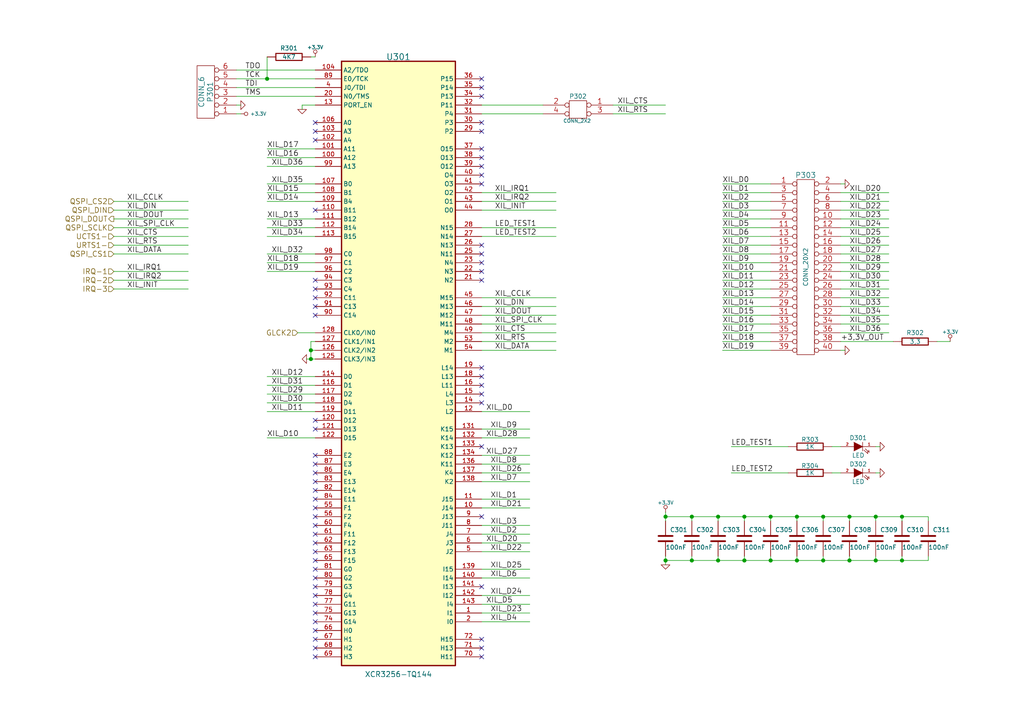
<source format=kicad_sch>
(kicad_sch (version 20210126) (generator eeschema)
  (paper "A4")
  (title_block (title "Dev kit coldfire 5213") (date "Sun 22 Mar 2015") (rev "0"))
  (lib_symbols
    (symbol "kit-coldfire_schlib:+3,3V" (power) (pin_names (offset 0))
      (property "Value" "+3,3V" (at 0 2.794 0))
      (symbol "+3,3V_0_0"
        (pin power_in line (at 0 0 90) (length 0) hide (name "+3.3V") (number "1"))
      )
      (symbol "+3,3V_0_1"
        (circle (center 0 1.524) (radius 0.508))
        (polyline (pts (xy 0 0) (xy 0 1.016) (xy 0 1.016)))
      )
    )
    (symbol "kit-coldfire_schlib:C" (pin_numbers hide) (pin_names (offset 0.254))
      (property "Reference" "C" (at 0 2.54 0))
      (property "Value" "C" (at 0.1524 -2.159 0))
      (symbol "C_0_1"
        (polyline (pts (xy -2.032 -0.762) (xy 2.032 -0.762)) (stroke (width 0.508)))
        (polyline (pts (xy -2.032 0.762) (xy 2.032 0.762)) (stroke (width 0.508)))
      )
      (symbol "C_1_1"
        (pin passive line (at 0 5.08 270) (length 4.318) (name "~") (number "1"))
        (pin passive line (at 0 -5.08 90) (length 4.318) (name "~") (number "2"))
      )
    )
    (symbol "kit-coldfire_schlib:CONN_20X2" (pin_names (offset 0.254) hide)
      (property "Reference" "P" (at 0 26.67 0))
      (property "Value" "CONN_20X2" (at 0 0 90))
      (symbol "CONN_20X2_0_1"
        (rectangle (start -2.54 25.4) (end 2.54 -25.4))
      )
      (symbol "CONN_20X2_1_1"
        (pin passive inverted (at -10.16 24.13 0) (length 7.62) (name "P1") (number "1"))
        (pin passive inverted (at 10.16 13.97 180) (length 7.62) (name "P10") (number "10"))
        (pin passive inverted (at -10.16 11.43 0) (length 7.62) (name "P11") (number "11"))
        (pin passive inverted (at 10.16 11.43 180) (length 7.62) (name "P12") (number "12"))
        (pin passive inverted (at -10.16 8.89 0) (length 7.62) (name "P13") (number "13"))
        (pin passive inverted (at 10.16 8.89 180) (length 7.62) (name "P14") (number "14"))
        (pin passive inverted (at -10.16 6.35 0) (length 7.62) (name "P15") (number "15"))
        (pin passive inverted (at 10.16 6.35 180) (length 7.62) (name "P16") (number "16"))
        (pin passive inverted (at -10.16 3.81 0) (length 7.62) (name "P17") (number "17"))
        (pin passive inverted (at 10.16 3.81 180) (length 7.62) (name "P18") (number "18"))
        (pin passive inverted (at -10.16 1.27 0) (length 7.62) (name "P19") (number "19"))
        (pin passive inverted (at 10.16 24.13 180) (length 7.62) (name "P2") (number "2"))
        (pin passive inverted (at 10.16 1.27 180) (length 7.62) (name "P20") (number "20"))
        (pin passive inverted (at -10.16 -1.27 0) (length 7.62) (name "P21") (number "21"))
        (pin passive inverted (at 10.16 -1.27 180) (length 7.62) (name "P22") (number "22"))
        (pin passive inverted (at -10.16 -3.81 0) (length 7.62) (name "P23") (number "23"))
        (pin passive inverted (at 10.16 -3.81 180) (length 7.62) (name "P24") (number "24"))
        (pin passive inverted (at -10.16 -6.35 0) (length 7.62) (name "~") (number "25"))
        (pin passive inverted (at 10.16 -6.35 180) (length 7.62) (name "P26") (number "26"))
        (pin passive inverted (at -10.16 -8.89 0) (length 7.62) (name "P27") (number "27"))
        (pin passive inverted (at 10.16 -8.89 180) (length 7.62) (name "P28") (number "28"))
        (pin passive inverted (at -10.16 -11.43 0) (length 7.62) (name "P29") (number "29"))
        (pin passive inverted (at -10.16 21.59 0) (length 7.62) (name "P3") (number "3"))
        (pin passive inverted (at 10.16 -11.43 180) (length 7.62) (name "P30") (number "30"))
        (pin passive inverted (at -10.16 -13.97 0) (length 7.62) (name "P31") (number "31"))
        (pin passive inverted (at 10.16 -13.97 180) (length 7.62) (name "P32") (number "32"))
        (pin passive inverted (at -10.16 -16.51 0) (length 7.62) (name "P33") (number "33"))
        (pin passive inverted (at 10.16 -16.51 180) (length 7.62) (name "P34") (number "34"))
        (pin passive inverted (at -10.16 -19.05 0) (length 7.62) (name "P35") (number "35"))
        (pin passive inverted (at 10.16 -19.05 180) (length 7.62) (name "P36") (number "36"))
        (pin passive inverted (at -10.16 -21.59 0) (length 7.62) (name "P37") (number "37"))
        (pin passive inverted (at 10.16 -21.59 180) (length 7.62) (name "P38") (number "38"))
        (pin passive inverted (at -10.16 -24.13 0) (length 7.62) (name "P39") (number "39"))
        (pin passive inverted (at 10.16 21.59 180) (length 7.62) (name "P4") (number "4"))
        (pin passive inverted (at 10.16 -24.13 180) (length 7.62) (name "P40") (number "40"))
        (pin passive inverted (at -10.16 19.05 0) (length 7.62) (name "P5") (number "5"))
        (pin passive inverted (at 10.16 19.05 180) (length 7.62) (name "P6") (number "6"))
        (pin passive inverted (at -10.16 16.51 0) (length 7.62) (name "P7") (number "7"))
        (pin passive inverted (at 10.16 16.51 180) (length 7.62) (name "P8") (number "8"))
        (pin passive inverted (at -10.16 13.97 0) (length 7.62) (name "P9") (number "9"))
      )
    )
    (symbol "kit-coldfire_schlib:CONN_2X2" (pin_names (offset 1.016) hide)
      (property "Reference" "P" (at 0 3.81 0))
      (property "Value" "CONN_2X2" (at 0.254 -3.302 0))
      (symbol "CONN_2X2_0_1"
        (rectangle (start -2.54 2.54) (end 2.54 -2.54))
      )
      (symbol "CONN_2X2_1_1"
        (pin passive inverted (at -10.16 1.27 0) (length 7.62) (name "1") (number "1"))
        (pin passive inverted (at 10.16 1.27 180) (length 7.62) (name "2") (number "2"))
        (pin passive inverted (at -10.16 -1.27 0) (length 7.62) (name "3") (number "3"))
        (pin passive inverted (at 10.16 -1.27 180) (length 7.62) (name "4") (number "4"))
      )
    )
    (symbol "kit-coldfire_schlib:CONN_6" (pin_names (offset 0.762) hide)
      (property "Reference" "P" (at -1.27 0 90))
      (property "Value" "CONN_6" (at 1.27 0 90))
      (symbol "CONN_6_0_1"
        (rectangle (start -2.54 7.62) (end 2.54 -7.62))
      )
      (symbol "CONN_6_1_1"
        (pin passive inverted (at -8.89 6.35 0) (length 6.35) (name "1") (number "1"))
        (pin passive inverted (at -8.89 3.81 0) (length 6.35) (name "2") (number "2"))
        (pin passive inverted (at -8.89 1.27 0) (length 6.35) (name "3") (number "3"))
        (pin passive inverted (at -8.89 -1.27 0) (length 6.35) (name "4") (number "4"))
        (pin passive inverted (at -8.89 -3.81 0) (length 6.35) (name "5") (number "5"))
        (pin passive inverted (at -8.89 -6.35 0) (length 6.35) (name "6") (number "6"))
      )
    )
    (symbol "kit-coldfire_schlib:GND" (power) (pin_names (offset 0))
      (symbol "GND_0_1"
        (polyline (pts (xy -1.27 0) (xy 0 -1.27) (xy 1.27 0) (xy -1.27 0)))
      )
      (symbol "GND_1_1"
        (pin power_in line (at 0 0 90) (length 0) hide (name "GND") (number "1"))
      )
    )
    (symbol "kit-coldfire_schlib:LED" (pin_names (offset 1.016) hide)
      (property "Reference" "D" (at 0 2.54 0))
      (property "Value" "LED" (at 0 -2.54 0))
      (symbol "LED_0_1"
        (polyline (pts (xy 1.27 1.27) (xy 1.27 -1.27)))
        (polyline (pts (xy -1.27 1.27) (xy 1.27 0) (xy -1.27 -1.27)) (fill (type outline)))
        (polyline (pts (xy 1.651 -1.016) (xy 2.794 -2.032) (xy 2.667 -1.397)))
        (polyline (pts (xy 2.032 -0.635) (xy 3.175 -1.651) (xy 3.048 -1.016)))
      )
      (symbol "LED_1_1"
        (pin passive line (at 5.08 0 180) (length 3.81) (name "K") (number "1"))
        (pin passive line (at -5.08 0 0) (length 3.81) (name "A") (number "2"))
      )
    )
    (symbol "kit-coldfire_schlib:R" (pin_numbers hide) (pin_names (offset 0))
      (property "Reference" "R" (at 2.032 0 90))
      (property "Value" "R" (at 0.1778 0.0254 90))
      (symbol "R_0_1"
        (rectangle (start -1.016 3.81) (end 1.016 -3.81) (stroke (width 0.3048)))
      )
      (symbol "R_1_1"
        (pin passive line (at 0 6.35 270) (length 2.54) (name "~") (number "1"))
        (pin passive line (at 0 -6.35 90) (length 2.54) (name "~") (number "2"))
      )
    )
    (symbol "kit-coldfire_schlib:XCR3256-TQ144"
      (property "Reference" "U" (at 0 88.9 0))
      (property "Value" "XCR3256-TQ144" (at 0 -91.44 0))
      (symbol "XCR3256-TQ144_0_1"
        (rectangle (start -16.51 86.36) (end 16.51 -88.9) (stroke (width 0.381)) (fill (type background)))
      )
      (symbol "XCR3256-TQ144_1_1"
        (pin passive line (at 24.13 -73.66 180) (length 7.62) (name "I1") (number "1"))
        (pin passive line (at 24.13 -43.18 180) (length 7.62) (name "J14") (number "10"))
        (pin passive line (at -24.13 58.42 0) (length 7.62) (name "A12") (number "100"))
        (pin passive line (at -24.13 60.96 0) (length 7.62) (name "A11") (number "101"))
        (pin passive line (at -24.13 63.5 0) (length 7.62) (name "A4") (number "102"))
        (pin passive line (at -24.13 66.04 0) (length 7.62) (name "A3") (number "103"))
        (pin passive line (at -24.13 83.82 0) (length 7.62) (name "A2/TDO") (number "104"))
        (pin power_in line (at 13.97 -88.9 90) (length 0) hide (name "GND") (number "105"))
        (pin passive line (at -24.13 68.58 0) (length 7.62) (name "A0") (number "106"))
        (pin passive line (at -24.13 50.8 0) (length 7.62) (name "B0") (number "107"))
        (pin passive line (at -24.13 48.26 0) (length 7.62) (name "B1") (number "108"))
        (pin passive line (at -24.13 45.72 0) (length 7.62) (name "B4") (number "109"))
        (pin passive line (at 24.13 -40.64 180) (length 7.62) (name "J15") (number "11"))
        (pin passive line (at -24.13 43.18 0) (length 7.62) (name "B11") (number "110"))
        (pin passive line (at -24.13 40.64 0) (length 7.62) (name "B12") (number "111"))
        (pin passive line (at -24.13 38.1 0) (length 7.62) (name "B14") (number "112"))
        (pin passive line (at -24.13 35.56 0) (length 7.62) (name "B15") (number "113"))
        (pin passive line (at -24.13 -5.08 0) (length 7.62) (name "D0") (number "114"))
        (pin power_in line (at 11.43 86.36 270) (length 0) hide (name "VCC") (number "115"))
        (pin passive line (at -24.13 -7.62 0) (length 7.62) (name "D1") (number "116"))
        (pin passive line (at -24.13 -10.16 0) (length 7.62) (name "D2") (number "117"))
        (pin passive line (at -24.13 -12.7 0) (length 7.62) (name "D4") (number "118"))
        (pin passive line (at -24.13 -15.24 0) (length 7.62) (name "D11") (number "119"))
        (pin passive line (at 24.13 -15.24 180) (length 7.62) (name "L2") (number "12"))
        (pin passive line (at -24.13 -17.78 0) (length 7.62) (name "D12") (number "120"))
        (pin passive line (at -24.13 -20.32 0) (length 7.62) (name "D13") (number "121"))
        (pin passive line (at -24.13 -22.86 0) (length 7.62) (name "D15") (number "122"))
        (pin power_in line (at -6.35 86.36 270) (length 0) hide (name "VCC") (number "123"))
        (pin power_in line (at -6.35 -88.9 90) (length 0) hide (name "GND") (number "124"))
        (pin input line (at -24.13 0 0) (length 7.62) (name "CLK3/IN3") (number "125"))
        (pin input line (at -24.13 2.54 0) (length 7.62) (name "CLK2/IN2") (number "126"))
        (pin input line (at -24.13 5.08 0) (length 7.62) (name "CLK1/IN1") (number "127"))
        (pin input line (at -24.13 7.62 0) (length 7.62) (name "CLK0/IN0") (number "128"))
        (pin power_in line (at -3.81 -88.9 90) (length 0) hide (name "GND") (number "129"))
        (pin passive line (at -24.13 73.66 0) (length 7.62) (name "PORT_EN") (number "13"))
        (pin power_in line (at -3.81 86.36 270) (length 0) hide (name "VCC") (number "130"))
        (pin passive line (at 24.13 -20.32 180) (length 7.62) (name "K15") (number "131"))
        (pin passive line (at 24.13 -22.86 180) (length 7.62) (name "K14") (number "132"))
        (pin passive line (at 24.13 -25.4 180) (length 7.62) (name "K13") (number "133"))
        (pin passive line (at 24.13 -27.94 180) (length 7.62) (name "K12") (number "134"))
        (pin power_in line (at -13.97 -88.9 90) (length 0) hide (name "GND") (number "135"))
        (pin passive line (at 24.13 -30.48 180) (length 7.62) (name "K11") (number "136"))
        (pin passive line (at 24.13 -33.02 180) (length 7.62) (name "K4") (number "137"))
        (pin passive line (at 24.13 -35.56 180) (length 7.62) (name "K2") (number "138"))
        (pin passive line (at 24.13 -60.96 180) (length 7.62) (name "I15") (number "139"))
        (pin passive line (at 24.13 -12.7 180) (length 7.62) (name "L3") (number "14"))
        (pin passive line (at 24.13 -63.5 180) (length 7.62) (name "I14") (number "140"))
        (pin passive line (at 24.13 -66.04 180) (length 7.62) (name "I13") (number "141"))
        (pin passive line (at 24.13 -68.58 180) (length 7.62) (name "I12") (number "142"))
        (pin passive line (at 24.13 -71.12 180) (length 7.62) (name "I4") (number "143"))
        (pin power_in line (at 13.97 86.36 270) (length 0) hide (name "VCC") (number "144"))
        (pin passive line (at 24.13 -10.16 180) (length 7.62) (name "L4") (number "15"))
        (pin passive line (at 24.13 -7.62 180) (length 7.62) (name "L11") (number "16"))
        (pin power_in line (at 1.27 -88.9 90) (length 0) hide (name "GND") (number "17"))
        (pin passive line (at 24.13 -5.08 180) (length 7.62) (name "L13") (number "18"))
        (pin passive line (at 24.13 -2.54 180) (length 7.62) (name "L14") (number "19"))
        (pin passive line (at 24.13 -76.2 180) (length 7.62) (name "I0") (number "2"))
        (pin passive line (at -24.13 76.2 0) (length 7.62) (name "N0/TMS") (number "20"))
        (pin passive line (at 24.13 22.86 180) (length 7.62) (name "N2") (number "21"))
        (pin passive line (at 24.13 25.4 180) (length 7.62) (name "N3") (number "22"))
        (pin passive line (at 24.13 27.94 180) (length 7.62) (name "N4") (number "23"))
        (pin power_in line (at -1.27 86.36 270) (length 0) hide (name "VCC") (number "24"))
        (pin passive line (at 24.13 30.48 180) (length 7.62) (name "N11") (number "25"))
        (pin passive line (at 24.13 33.02 180) (length 7.62) (name "N13") (number "26"))
        (pin passive line (at 24.13 35.56 180) (length 7.62) (name "N14") (number "27"))
        (pin passive line (at 24.13 38.1 180) (length 7.62) (name "N15") (number "28"))
        (pin passive line (at 24.13 66.04 180) (length 7.62) (name "P2") (number "29"))
        (pin power_in line (at -1.27 -88.9 90) (length 0) hide (name "GND") (number "3"))
        (pin passive line (at 24.13 68.58 180) (length 7.62) (name "P3") (number "30"))
        (pin passive line (at 24.13 71.12 180) (length 7.62) (name "P4") (number "31"))
        (pin passive line (at 24.13 73.66 180) (length 7.62) (name "P11") (number "32"))
        (pin power_in line (at 3.81 -88.9 90) (length 0) hide (name "GND") (number "33"))
        (pin passive line (at 24.13 76.2 180) (length 7.62) (name "P13") (number "34"))
        (pin passive line (at 24.13 78.74 180) (length 7.62) (name "P14") (number "35"))
        (pin passive line (at 24.13 81.28 180) (length 7.62) (name "P15") (number "36"))
        (pin passive line (at 24.13 60.96 180) (length 7.62) (name "O15") (number "37"))
        (pin passive line (at 24.13 58.42 180) (length 7.62) (name "O13") (number "38"))
        (pin passive line (at 24.13 55.88 180) (length 7.62) (name "O12") (number "39"))
        (pin passive line (at -24.13 78.74 0) (length 7.62) (name "J0/TDI") (number "4"))
        (pin passive line (at 24.13 53.34 180) (length 7.62) (name "O4") (number "40"))
        (pin passive line (at 24.13 50.8 180) (length 7.62) (name "O3") (number "41"))
        (pin passive line (at 24.13 48.26 180) (length 7.62) (name "O2") (number "42"))
        (pin passive line (at 24.13 45.72 180) (length 7.62) (name "O1") (number "43"))
        (pin passive line (at 24.13 43.18 180) (length 7.62) (name "O0") (number "44"))
        (pin passive line (at 24.13 17.78 180) (length 7.62) (name "M15") (number "45"))
        (pin passive line (at 24.13 15.24 180) (length 7.62) (name "M13") (number "46"))
        (pin passive line (at 24.13 12.7 180) (length 7.62) (name "M12") (number "47"))
        (pin passive line (at 24.13 10.16 180) (length 7.62) (name "M11") (number "48"))
        (pin passive line (at 24.13 7.62 180) (length 7.62) (name "M4") (number "49"))
        (pin passive line (at 24.13 -55.88 180) (length 7.62) (name "J2") (number "5"))
        (pin power_in line (at 1.27 86.36 270) (length 0) hide (name "VCC") (number "50"))
        (pin power_in line (at -11.43 86.36 270) (length 0) hide (name "VCC") (number "51"))
        (pin power_in line (at -8.89 -88.9 90) (length 0) hide (name "GND") (number "52"))
        (pin passive line (at 24.13 5.08 180) (length 7.62) (name "M2") (number "53"))
        (pin passive line (at 24.13 2.54 180) (length 7.62) (name "M1") (number "54"))
        (pin passive line (at -24.13 -43.18 0) (length 7.62) (name "F1") (number "55"))
        (pin passive line (at -24.13 -45.72 0) (length 7.62) (name "F2") (number "56"))
        (pin power_in line (at -11.43 -88.9 90) (length 0) hide (name "GND") (number "57"))
        (pin power_in line (at -8.89 86.36 270) (length 0) hide (name "VCC") (number "58"))
        (pin power_in line (at 6.35 -88.9 90) (length 0) hide (name "GND") (number "59"))
        (pin passive line (at 24.13 -53.34 180) (length 7.62) (name "J3") (number "6"))
        (pin passive line (at -24.13 -48.26 0) (length 7.62) (name "F4") (number "60"))
        (pin passive line (at -24.13 -50.8 0) (length 7.62) (name "F11") (number "61"))
        (pin passive line (at -24.13 -53.34 0) (length 7.62) (name "F12") (number "62"))
        (pin passive line (at -24.13 -55.88 0) (length 7.62) (name "F13") (number "63"))
        (pin power_in line (at 8.89 -88.9 90) (length 0) hide (name "GND") (number "64"))
        (pin passive line (at -24.13 -58.42 0) (length 7.62) (name "F15") (number "65"))
        (pin passive line (at -24.13 -78.74 0) (length 7.62) (name "H0") (number "66"))
        (pin passive line (at -24.13 -81.28 0) (length 7.62) (name "H1") (number "67"))
        (pin passive line (at -24.13 -83.82 0) (length 7.62) (name "H2") (number "68"))
        (pin passive line (at -24.13 -86.36 0) (length 7.62) (name "H3") (number "69"))
        (pin passive line (at 24.13 -50.8 180) (length 7.62) (name "J4") (number "7"))
        (pin passive line (at 24.13 -86.36 180) (length 7.62) (name "H11") (number "70"))
        (pin passive line (at 24.13 -83.82 180) (length 7.62) (name "H13") (number "71"))
        (pin passive line (at 24.13 -81.28 180) (length 7.62) (name "H15") (number "72"))
        (pin power_in line (at 3.81 86.36 270) (length 0) hide (name "VCC") (number "73"))
        (pin passive line (at -24.13 -76.2 0) (length 7.62) (name "G14") (number "74"))
        (pin passive line (at -24.13 -73.66 0) (length 7.5946) (name "G13") (number "75"))
        (pin power_in line (at 6.35 86.36 270) (length 0) hide (name "VCC") (number "76"))
        (pin passive line (at -24.13 -71.12 0) (length 7.62) (name "G11") (number "77"))
        (pin passive line (at -24.13 -68.58 0) (length 7.62) (name "G4") (number "78"))
        (pin passive line (at -24.13 -66.04 0) (length 7.62) (name "G3") (number "79"))
        (pin passive line (at 24.13 -48.26 180) (length 7.62) (name "J11") (number "8"))
        (pin passive line (at -24.13 -63.5 0) (length 7.62) (name "G2") (number "80"))
        (pin input line (at -24.13 -60.96 0) (length 7.62) (name "G0") (number "81"))
        (pin passive line (at -24.13 -38.1 0) (length 7.62) (name "E14") (number "82"))
        (pin passive line (at -24.13 -35.56 0) (length 7.62) (name "E13") (number "83"))
        (pin passive line (at -24.13 -40.64 0) (length 7.62) (name "E11") (number "84"))
        (pin power_in line (at 11.43 -88.9 90) (length 0) hide (name "GND") (number "85"))
        (pin passive line (at -24.13 -33.02 0) (length 7.62) (name "E4") (number "86"))
        (pin passive line (at -24.13 -30.48 0) (length 7.62) (name "E3") (number "87"))
        (pin passive line (at -24.13 -27.94 0) (length 7.62) (name "E2") (number "88"))
        (pin passive line (at -24.13 81.28 0) (length 7.62) (name "E0/TCK") (number "89"))
        (pin passive line (at 24.13 -45.72 180) (length 7.62) (name "J13") (number "9"))
        (pin passive line (at -24.13 12.7 0) (length 7.62) (name "C14") (number "90"))
        (pin passive line (at -24.13 15.24 0) (length 7.62) (name "C13") (number "91"))
        (pin passive line (at -24.13 17.78 0) (length 7.62) (name "C11") (number "92"))
        (pin passive line (at -24.13 20.32 0) (length 7.62) (name "C4") (number "93"))
        (pin passive line (at -24.13 22.86 0) (length 7.62) (name "C3") (number "94"))
        (pin power_in line (at 8.89 86.36 270) (length 0) hide (name "VCC") (number "95"))
        (pin passive line (at -24.13 25.4 0) (length 7.62) (name "C2") (number "96"))
        (pin passive line (at -24.13 27.94 0) (length 7.62) (name "C1") (number "97"))
        (pin passive line (at -24.13 30.48 0) (length 7.62) (name "C0") (number "98"))
        (pin passive line (at -24.13 55.88 0) (length 7.62) (name "A13") (number "99"))
      )
    )
  )
  (junction (at 77.47 22.86) (diameter 1.016))
  (junction (at 90.17 101.6) (diameter 1.016))
  (junction (at 90.17 104.14) (diameter 1.016))
  (junction (at 193.04 149.86) (diameter 1.016))
  (junction (at 193.04 162.56) (diameter 1.016))
  (junction (at 200.66 149.86) (diameter 1.016))
  (junction (at 200.66 162.56) (diameter 1.016))
  (junction (at 208.28 149.86) (diameter 1.016))
  (junction (at 208.28 162.56) (diameter 1.016))
  (junction (at 215.9 149.86) (diameter 1.016))
  (junction (at 215.9 162.56) (diameter 1.016))
  (junction (at 223.52 149.86) (diameter 1.016))
  (junction (at 223.52 162.56) (diameter 1.016))
  (junction (at 231.14 149.86) (diameter 1.016))
  (junction (at 231.14 162.56) (diameter 1.016))
  (junction (at 238.76 149.86) (diameter 1.016))
  (junction (at 238.76 162.56) (diameter 1.016))
  (junction (at 246.38 149.86) (diameter 1.016))
  (junction (at 246.38 162.56) (diameter 1.016))
  (junction (at 254 149.86) (diameter 1.016))
  (junction (at 254 162.56) (diameter 1.016))
  (junction (at 261.62 149.86) (diameter 1.016))
  (junction (at 261.62 162.56) (diameter 1.016))
  (no_connect (at 91.44 35.56))
  (no_connect (at 91.44 38.1))
  (no_connect (at 91.44 40.64))
  (no_connect (at 91.44 60.96))
  (no_connect (at 91.44 81.28))
  (no_connect (at 91.44 83.82))
  (no_connect (at 91.44 86.36))
  (no_connect (at 91.44 88.9))
  (no_connect (at 91.44 91.44))
  (no_connect (at 91.44 121.92))
  (no_connect (at 91.44 124.46))
  (no_connect (at 91.44 132.08))
  (no_connect (at 91.44 134.62))
  (no_connect (at 91.44 137.16))
  (no_connect (at 91.44 139.7))
  (no_connect (at 91.44 142.24))
  (no_connect (at 91.44 144.78))
  (no_connect (at 91.44 147.32))
  (no_connect (at 91.44 149.86))
  (no_connect (at 91.44 152.4))
  (no_connect (at 91.44 154.94))
  (no_connect (at 91.44 157.48))
  (no_connect (at 91.44 160.02))
  (no_connect (at 91.44 162.56))
  (no_connect (at 91.44 165.1))
  (no_connect (at 91.44 167.64))
  (no_connect (at 91.44 170.18))
  (no_connect (at 91.44 172.72))
  (no_connect (at 91.44 175.26))
  (no_connect (at 91.44 177.8))
  (no_connect (at 91.44 180.34))
  (no_connect (at 91.44 182.88))
  (no_connect (at 91.44 185.42))
  (no_connect (at 91.44 187.96))
  (no_connect (at 91.44 190.5))
  (no_connect (at 139.7 22.86))
  (no_connect (at 139.7 25.4))
  (no_connect (at 139.7 27.94))
  (no_connect (at 139.7 35.56))
  (no_connect (at 139.7 38.1))
  (no_connect (at 139.7 43.18))
  (no_connect (at 139.7 45.72))
  (no_connect (at 139.7 48.26))
  (no_connect (at 139.7 50.8))
  (no_connect (at 139.7 53.34))
  (no_connect (at 139.7 71.12))
  (no_connect (at 139.7 73.66))
  (no_connect (at 139.7 76.2))
  (no_connect (at 139.7 78.74))
  (no_connect (at 139.7 81.28))
  (no_connect (at 139.7 106.68))
  (no_connect (at 139.7 109.22))
  (no_connect (at 139.7 111.76))
  (no_connect (at 139.7 114.3))
  (no_connect (at 139.7 116.84))
  (no_connect (at 139.7 129.54))
  (no_connect (at 139.7 149.86))
  (no_connect (at 139.7 170.18))
  (no_connect (at 139.7 185.42))
  (no_connect (at 139.7 187.96))
  (no_connect (at 139.7 190.5))
  (wire (pts (xy 33.02 78.74) (xy 54.61 78.74)))
  (wire (pts (xy 54.61 58.42) (xy 33.02 58.42)))
  (wire (pts (xy 54.61 60.96) (xy 33.02 60.96)))
  (wire (pts (xy 54.61 63.5) (xy 33.02 63.5)))
  (wire (pts (xy 54.61 66.04) (xy 33.02 66.04)))
  (wire (pts (xy 54.61 68.58) (xy 33.02 68.58)))
  (wire (pts (xy 54.61 71.12) (xy 33.02 71.12)))
  (wire (pts (xy 54.61 73.66) (xy 33.02 73.66)))
  (wire (pts (xy 54.61 81.28) (xy 33.02 81.28)))
  (wire (pts (xy 54.61 83.82) (xy 33.02 83.82)))
  (wire (pts (xy 68.58 22.86) (xy 77.47 22.86)))
  (wire (pts (xy 68.58 27.94) (xy 91.44 27.94)))
  (wire (pts (xy 69.85 30.48) (xy 68.58 30.48)))
  (wire (pts (xy 69.85 33.02) (xy 68.58 33.02)))
  (wire (pts (xy 77.47 22.86) (xy 77.47 16.51)))
  (wire (pts (xy 77.47 22.86) (xy 91.44 22.86)))
  (wire (pts (xy 77.47 43.18) (xy 91.44 43.18)))
  (wire (pts (xy 77.47 45.72) (xy 91.44 45.72)))
  (wire (pts (xy 77.47 48.26) (xy 91.44 48.26)))
  (wire (pts (xy 77.47 53.34) (xy 91.44 53.34)))
  (wire (pts (xy 77.47 55.88) (xy 91.44 55.88)))
  (wire (pts (xy 77.47 58.42) (xy 91.44 58.42)))
  (wire (pts (xy 77.47 63.5) (xy 91.44 63.5)))
  (wire (pts (xy 77.47 66.04) (xy 91.44 66.04)))
  (wire (pts (xy 77.47 68.58) (xy 91.44 68.58)))
  (wire (pts (xy 77.47 73.66) (xy 91.44 73.66)))
  (wire (pts (xy 77.47 76.2) (xy 91.44 76.2)))
  (wire (pts (xy 77.47 78.74) (xy 91.44 78.74)))
  (wire (pts (xy 77.47 109.22) (xy 91.44 109.22)))
  (wire (pts (xy 77.47 111.76) (xy 91.44 111.76)))
  (wire (pts (xy 77.47 114.3) (xy 91.44 114.3)))
  (wire (pts (xy 77.47 116.84) (xy 91.44 116.84)))
  (wire (pts (xy 77.47 119.38) (xy 91.44 119.38)))
  (wire (pts (xy 77.47 127) (xy 91.44 127)))
  (wire (pts (xy 87.63 30.48) (xy 87.63 31.75)))
  (wire (pts (xy 88.9 104.14) (xy 90.17 104.14)))
  (wire (pts (xy 90.17 99.06) (xy 90.17 101.6)))
  (wire (pts (xy 90.17 101.6) (xy 90.17 104.14)))
  (wire (pts (xy 90.17 104.14) (xy 91.44 104.14)))
  (wire (pts (xy 91.44 16.51) (xy 90.17 16.51)))
  (wire (pts (xy 91.44 20.32) (xy 68.58 20.32)))
  (wire (pts (xy 91.44 25.4) (xy 68.58 25.4)))
  (wire (pts (xy 91.44 30.48) (xy 87.63 30.48)))
  (wire (pts (xy 91.44 96.52) (xy 86.36 96.52)))
  (wire (pts (xy 91.44 99.06) (xy 90.17 99.06)))
  (wire (pts (xy 91.44 101.6) (xy 90.17 101.6)))
  (wire (pts (xy 139.7 55.88) (xy 161.29 55.88)))
  (wire (pts (xy 139.7 66.04) (xy 161.29 66.04)))
  (wire (pts (xy 139.7 68.58) (xy 161.29 68.58)))
  (wire (pts (xy 139.7 119.38) (xy 153.67 119.38)))
  (wire (pts (xy 139.7 124.46) (xy 153.67 124.46)))
  (wire (pts (xy 139.7 127) (xy 153.67 127)))
  (wire (pts (xy 139.7 132.08) (xy 153.67 132.08)))
  (wire (pts (xy 139.7 134.62) (xy 153.67 134.62)))
  (wire (pts (xy 139.7 137.16) (xy 153.67 137.16)))
  (wire (pts (xy 139.7 139.7) (xy 153.67 139.7)))
  (wire (pts (xy 139.7 144.78) (xy 153.67 144.78)))
  (wire (pts (xy 139.7 147.32) (xy 153.67 147.32)))
  (wire (pts (xy 139.7 152.4) (xy 153.67 152.4)))
  (wire (pts (xy 139.7 154.94) (xy 153.67 154.94)))
  (wire (pts (xy 139.7 157.48) (xy 153.67 157.48)))
  (wire (pts (xy 139.7 160.02) (xy 153.67 160.02)))
  (wire (pts (xy 139.7 165.1) (xy 153.67 165.1)))
  (wire (pts (xy 139.7 167.64) (xy 153.67 167.64)))
  (wire (pts (xy 139.7 172.72) (xy 153.67 172.72)))
  (wire (pts (xy 139.7 175.26) (xy 153.67 175.26)))
  (wire (pts (xy 139.7 177.8) (xy 153.67 177.8)))
  (wire (pts (xy 139.7 180.34) (xy 153.67 180.34)))
  (wire (pts (xy 157.48 30.48) (xy 139.7 30.48)))
  (wire (pts (xy 157.48 33.02) (xy 139.7 33.02)))
  (wire (pts (xy 161.29 58.42) (xy 139.7 58.42)))
  (wire (pts (xy 161.29 60.96) (xy 139.7 60.96)))
  (wire (pts (xy 161.29 86.36) (xy 139.7 86.36)))
  (wire (pts (xy 161.29 88.9) (xy 139.7 88.9)))
  (wire (pts (xy 161.29 91.44) (xy 139.7 91.44)))
  (wire (pts (xy 161.29 93.98) (xy 139.7 93.98)))
  (wire (pts (xy 161.29 96.52) (xy 139.7 96.52)))
  (wire (pts (xy 161.29 99.06) (xy 139.7 99.06)))
  (wire (pts (xy 161.29 101.6) (xy 139.7 101.6)))
  (wire (pts (xy 177.8 33.02) (xy 193.04 33.02)))
  (wire (pts (xy 193.04 30.48) (xy 177.8 30.48)))
  (wire (pts (xy 193.04 148.59) (xy 193.04 149.86)))
  (wire (pts (xy 193.04 149.86) (xy 193.04 151.13)))
  (wire (pts (xy 193.04 149.86) (xy 200.66 149.86)))
  (wire (pts (xy 193.04 161.29) (xy 193.04 162.56)))
  (wire (pts (xy 193.04 162.56) (xy 193.04 163.83)))
  (wire (pts (xy 193.04 162.56) (xy 200.66 162.56)))
  (wire (pts (xy 200.66 149.86) (xy 200.66 151.13)))
  (wire (pts (xy 200.66 149.86) (xy 208.28 149.86)))
  (wire (pts (xy 200.66 161.29) (xy 200.66 162.56)))
  (wire (pts (xy 200.66 162.56) (xy 208.28 162.56)))
  (wire (pts (xy 208.28 149.86) (xy 208.28 151.13)))
  (wire (pts (xy 208.28 149.86) (xy 215.9 149.86)))
  (wire (pts (xy 208.28 162.56) (xy 208.28 161.29)))
  (wire (pts (xy 208.28 162.56) (xy 215.9 162.56)))
  (wire (pts (xy 209.55 53.34) (xy 223.52 53.34)))
  (wire (pts (xy 209.55 55.88) (xy 223.52 55.88)))
  (wire (pts (xy 209.55 58.42) (xy 223.52 58.42)))
  (wire (pts (xy 209.55 60.96) (xy 223.52 60.96)))
  (wire (pts (xy 209.55 63.5) (xy 223.52 63.5)))
  (wire (pts (xy 209.55 66.04) (xy 223.52 66.04)))
  (wire (pts (xy 209.55 68.58) (xy 223.52 68.58)))
  (wire (pts (xy 209.55 71.12) (xy 223.52 71.12)))
  (wire (pts (xy 209.55 73.66) (xy 223.52 73.66)))
  (wire (pts (xy 209.55 76.2) (xy 223.52 76.2)))
  (wire (pts (xy 209.55 78.74) (xy 223.52 78.74)))
  (wire (pts (xy 209.55 81.28) (xy 223.52 81.28)))
  (wire (pts (xy 209.55 83.82) (xy 223.52 83.82)))
  (wire (pts (xy 209.55 86.36) (xy 223.52 86.36)))
  (wire (pts (xy 209.55 88.9) (xy 223.52 88.9)))
  (wire (pts (xy 209.55 91.44) (xy 223.52 91.44)))
  (wire (pts (xy 209.55 93.98) (xy 223.52 93.98)))
  (wire (pts (xy 209.55 96.52) (xy 223.52 96.52)))
  (wire (pts (xy 209.55 99.06) (xy 223.52 99.06)))
  (wire (pts (xy 209.55 101.6) (xy 223.52 101.6)))
  (wire (pts (xy 212.09 129.54) (xy 228.6 129.54)))
  (wire (pts (xy 212.09 137.16) (xy 228.6 137.16)))
  (wire (pts (xy 215.9 149.86) (xy 215.9 151.13)))
  (wire (pts (xy 215.9 149.86) (xy 223.52 149.86)))
  (wire (pts (xy 215.9 162.56) (xy 215.9 161.29)))
  (wire (pts (xy 215.9 162.56) (xy 223.52 162.56)))
  (wire (pts (xy 223.52 149.86) (xy 223.52 151.13)))
  (wire (pts (xy 223.52 149.86) (xy 231.14 149.86)))
  (wire (pts (xy 223.52 162.56) (xy 223.52 161.29)))
  (wire (pts (xy 223.52 162.56) (xy 231.14 162.56)))
  (wire (pts (xy 231.14 149.86) (xy 231.14 151.13)))
  (wire (pts (xy 231.14 149.86) (xy 238.76 149.86)))
  (wire (pts (xy 231.14 162.56) (xy 231.14 161.29)))
  (wire (pts (xy 231.14 162.56) (xy 238.76 162.56)))
  (wire (pts (xy 238.76 149.86) (xy 238.76 151.13)))
  (wire (pts (xy 238.76 149.86) (xy 246.38 149.86)))
  (wire (pts (xy 238.76 162.56) (xy 238.76 161.29)))
  (wire (pts (xy 238.76 162.56) (xy 246.38 162.56)))
  (wire (pts (xy 243.84 55.88) (xy 257.81 55.88)))
  (wire (pts (xy 243.84 58.42) (xy 257.81 58.42)))
  (wire (pts (xy 243.84 60.96) (xy 257.81 60.96)))
  (wire (pts (xy 243.84 63.5) (xy 257.81 63.5)))
  (wire (pts (xy 243.84 66.04) (xy 257.81 66.04)))
  (wire (pts (xy 243.84 68.58) (xy 257.81 68.58)))
  (wire (pts (xy 243.84 71.12) (xy 257.81 71.12)))
  (wire (pts (xy 243.84 73.66) (xy 257.81 73.66)))
  (wire (pts (xy 243.84 76.2) (xy 257.81 76.2)))
  (wire (pts (xy 243.84 78.74) (xy 257.81 78.74)))
  (wire (pts (xy 243.84 81.28) (xy 257.81 81.28)))
  (wire (pts (xy 243.84 83.82) (xy 257.81 83.82)))
  (wire (pts (xy 243.84 86.36) (xy 257.81 86.36)))
  (wire (pts (xy 243.84 88.9) (xy 257.81 88.9)))
  (wire (pts (xy 243.84 91.44) (xy 257.81 91.44)))
  (wire (pts (xy 243.84 93.98) (xy 257.81 93.98)))
  (wire (pts (xy 243.84 96.52) (xy 257.81 96.52)))
  (wire (pts (xy 243.84 129.54) (xy 241.3 129.54)))
  (wire (pts (xy 243.84 137.16) (xy 241.3 137.16)))
  (wire (pts (xy 245.11 53.34) (xy 243.84 53.34)))
  (wire (pts (xy 245.11 101.6) (xy 243.84 101.6)))
  (wire (pts (xy 246.38 149.86) (xy 246.38 151.13)))
  (wire (pts (xy 246.38 149.86) (xy 254 149.86)))
  (wire (pts (xy 246.38 162.56) (xy 246.38 161.29)))
  (wire (pts (xy 246.38 162.56) (xy 254 162.56)))
  (wire (pts (xy 254 129.54) (xy 255.27 129.54)))
  (wire (pts (xy 254 149.86) (xy 254 151.13)))
  (wire (pts (xy 254 149.86) (xy 261.62 149.86)))
  (wire (pts (xy 254 162.56) (xy 254 161.29)))
  (wire (pts (xy 254 162.56) (xy 261.62 162.56)))
  (wire (pts (xy 255.27 137.16) (xy 254 137.16)))
  (wire (pts (xy 259.08 99.06) (xy 243.84 99.06)))
  (wire (pts (xy 261.62 149.86) (xy 269.24 149.86)))
  (wire (pts (xy 261.62 151.13) (xy 261.62 149.86)))
  (wire (pts (xy 261.62 162.56) (xy 261.62 161.29)))
  (wire (pts (xy 261.62 162.56) (xy 269.24 162.56)))
  (wire (pts (xy 269.24 149.86) (xy 269.24 151.13)))
  (wire (pts (xy 269.24 162.56) (xy 269.24 161.29)))
  (wire (pts (xy 271.78 99.06) (xy 275.59 99.06)))
  (label "XIL_CCLK" (at 36.83 58.42 0) (effects (font (size 1.524 1.524))))
  (label "XIL_DIN" (at 36.83 60.96 0) (effects (font (size 1.524 1.524))))
  (label "XIL_DOUT" (at 36.83 63.5 0) (effects (font (size 1.524 1.524))))
  (label "XIL_SPI_CLK" (at 36.83 66.04 0) (effects (font (size 1.524 1.524))))
  (label "XIL_CTS" (at 36.83 68.58 0) (effects (font (size 1.524 1.524))))
  (label "XIL_RTS" (at 36.83 71.12 0) (effects (font (size 1.524 1.524))))
  (label "XIL_DATA" (at 36.83 73.66 0) (effects (font (size 1.524 1.524))))
  (label "XIL_IRQ1" (at 36.83 78.74 0) (effects (font (size 1.524 1.524))))
  (label "XIL_IRQ2" (at 36.83 81.28 0) (effects (font (size 1.524 1.524))))
  (label "XIL_INIT" (at 36.83 83.82 0) (effects (font (size 1.524 1.524))))
  (label "TDO" (at 71.12 20.32 0) (effects (font (size 1.524 1.524))))
  (label "TCK" (at 71.12 22.86 0) (effects (font (size 1.524 1.524))))
  (label "TDI" (at 71.12 25.4 0) (effects (font (size 1.524 1.524))))
  (label "TMS" (at 71.12 27.94 0) (effects (font (size 1.524 1.524))))
  (label "XIL_D17" (at 77.47 43.18 0) (effects (font (size 1.524 1.524))))
  (label "XIL_D16" (at 77.47 45.72 0) (effects (font (size 1.524 1.524))))
  (label "XIL_D15" (at 77.47 55.88 0) (effects (font (size 1.524 1.524))))
  (label "XIL_D14" (at 77.47 58.42 0) (effects (font (size 1.524 1.524))))
  (label "XIL_D13" (at 77.47 63.5 0) (effects (font (size 1.524 1.524))))
  (label "XIL_D18" (at 77.47 76.2 0) (effects (font (size 1.524 1.524))))
  (label "XIL_D19" (at 77.47 78.74 0) (effects (font (size 1.524 1.524))))
  (label "XIL_D10" (at 77.47 127 0) (effects (font (size 1.524 1.524))))
  (label "XIL_D36" (at 78.74 48.26 0) (effects (font (size 1.524 1.524))))
  (label "XIL_D35" (at 78.74 53.34 0) (effects (font (size 1.524 1.524))))
  (label "XIL_D33" (at 78.74 66.04 0) (effects (font (size 1.524 1.524))))
  (label "XIL_D34" (at 78.74 68.58 0) (effects (font (size 1.524 1.524))))
  (label "XIL_D32" (at 78.74 73.66 0) (effects (font (size 1.524 1.524))))
  (label "XIL_D12" (at 78.74 109.22 0) (effects (font (size 1.524 1.524))))
  (label "XIL_D31" (at 78.74 111.76 0) (effects (font (size 1.524 1.524))))
  (label "XIL_D29" (at 78.74 114.3 0) (effects (font (size 1.524 1.524))))
  (label "XIL_D30" (at 78.74 116.84 0) (effects (font (size 1.524 1.524))))
  (label "XIL_D11" (at 78.74 119.38 0) (effects (font (size 1.524 1.524))))
  (label "XIL_D0" (at 140.97 119.38 0) (effects (font (size 1.524 1.524))))
  (label "XIL_D28" (at 140.97 127 0) (effects (font (size 1.524 1.524))))
  (label "XIL_D27" (at 140.97 132.08 0) (effects (font (size 1.524 1.524))))
  (label "XIL_D20" (at 140.97 157.48 0) (effects (font (size 1.524 1.524))))
  (label "XIL_D5" (at 140.97 175.26 0) (effects (font (size 1.524 1.524))))
  (label "XIL_D9" (at 142.24 124.46 0) (effects (font (size 1.524 1.524))))
  (label "XIL_D8" (at 142.24 134.62 0) (effects (font (size 1.524 1.524))))
  (label "XIL_D26" (at 142.24 137.16 0) (effects (font (size 1.524 1.524))))
  (label "XIL_D7" (at 142.24 139.7 0) (effects (font (size 1.524 1.524))))
  (label "XIL_D1" (at 142.24 144.78 0) (effects (font (size 1.524 1.524))))
  (label "XIL_D21" (at 142.24 147.32 0) (effects (font (size 1.524 1.524))))
  (label "XIL_D3" (at 142.24 152.4 0) (effects (font (size 1.524 1.524))))
  (label "XIL_D2" (at 142.24 154.94 0) (effects (font (size 1.524 1.524))))
  (label "XIL_D22" (at 142.24 160.02 0) (effects (font (size 1.524 1.524))))
  (label "XIL_D25" (at 142.24 165.1 0) (effects (font (size 1.524 1.524))))
  (label "XIL_D6" (at 142.24 167.64 0) (effects (font (size 1.524 1.524))))
  (label "XIL_D24" (at 142.24 172.72 0) (effects (font (size 1.524 1.524))))
  (label "XIL_D23" (at 142.24 177.8 0) (effects (font (size 1.524 1.524))))
  (label "XIL_D4" (at 142.24 180.34 0) (effects (font (size 1.524 1.524))))
  (label "XIL_IRQ1" (at 143.51 55.88 0) (effects (font (size 1.524 1.524))))
  (label "XIL_IRQ2" (at 143.51 58.42 0) (effects (font (size 1.524 1.524))))
  (label "XIL_INIT" (at 143.51 60.96 0) (effects (font (size 1.524 1.524))))
  (label "LED_TEST1" (at 143.51 66.04 0) (effects (font (size 1.524 1.524))))
  (label "LED_TEST2" (at 143.51 68.58 0) (effects (font (size 1.524 1.524))))
  (label "XIL_CCLK" (at 143.51 86.36 0) (effects (font (size 1.524 1.524))))
  (label "XIL_DIN" (at 143.51 88.9 0) (effects (font (size 1.524 1.524))))
  (label "XIL_DOUT" (at 143.51 91.44 0) (effects (font (size 1.524 1.524))))
  (label "XIL_SPI_CLK" (at 143.51 93.98 0) (effects (font (size 1.524 1.524))))
  (label "XIL_CTS" (at 143.51 96.52 0) (effects (font (size 1.524 1.524))))
  (label "XIL_RTS" (at 143.51 99.06 0) (effects (font (size 1.524 1.524))))
  (label "XIL_DATA" (at 143.51 101.6 0) (effects (font (size 1.524 1.524))))
  (label "XIL_CTS" (at 179.07 30.48 0) (effects (font (size 1.524 1.524))))
  (label "XIL_RTS" (at 179.07 33.02 0) (effects (font (size 1.524 1.524))))
  (label "XIL_D0" (at 209.55 53.34 0) (effects (font (size 1.524 1.524))))
  (label "XIL_D1" (at 209.55 55.88 0) (effects (font (size 1.524 1.524))))
  (label "XIL_D2" (at 209.55 58.42 0) (effects (font (size 1.524 1.524))))
  (label "XIL_D3" (at 209.55 60.96 0) (effects (font (size 1.524 1.524))))
  (label "XIL_D4" (at 209.55 63.5 0) (effects (font (size 1.524 1.524))))
  (label "XIL_D5" (at 209.55 66.04 0) (effects (font (size 1.524 1.524))))
  (label "XIL_D6" (at 209.55 68.58 0) (effects (font (size 1.524 1.524))))
  (label "XIL_D7" (at 209.55 71.12 0) (effects (font (size 1.524 1.524))))
  (label "XIL_D8" (at 209.55 73.66 0) (effects (font (size 1.524 1.524))))
  (label "XIL_D9" (at 209.55 76.2 0) (effects (font (size 1.524 1.524))))
  (label "XIL_D10" (at 209.55 78.74 0) (effects (font (size 1.524 1.524))))
  (label "XIL_D11" (at 209.55 81.28 0) (effects (font (size 1.524 1.524))))
  (label "XIL_D12" (at 209.55 83.82 0) (effects (font (size 1.524 1.524))))
  (label "XIL_D13" (at 209.55 86.36 0) (effects (font (size 1.524 1.524))))
  (label "XIL_D14" (at 209.55 88.9 0) (effects (font (size 1.524 1.524))))
  (label "XIL_D15" (at 209.55 91.44 0) (effects (font (size 1.524 1.524))))
  (label "XIL_D16" (at 209.55 93.98 0) (effects (font (size 1.524 1.524))))
  (label "XIL_D17" (at 209.55 96.52 0) (effects (font (size 1.524 1.524))))
  (label "XIL_D18" (at 209.55 99.06 0) (effects (font (size 1.524 1.524))))
  (label "XIL_D19" (at 209.55 101.6 0) (effects (font (size 1.524 1.524))))
  (label "LED_TEST1" (at 212.09 129.54 0) (effects (font (size 1.524 1.524))))
  (label "LED_TEST2" (at 212.09 137.16 0) (effects (font (size 1.524 1.524))))
  (label "+3,3V_OUT" (at 243.84 99.06 0) (effects (font (size 1.524 1.524))))
  (label "XIL_D20" (at 246.38 55.88 0) (effects (font (size 1.524 1.524))))
  (label "XIL_D21" (at 246.38 58.42 0) (effects (font (size 1.524 1.524))))
  (label "XIL_D22" (at 246.38 60.96 0) (effects (font (size 1.524 1.524))))
  (label "XIL_D23" (at 246.38 63.5 0) (effects (font (size 1.524 1.524))))
  (label "XIL_D24" (at 246.38 66.04 0) (effects (font (size 1.524 1.524))))
  (label "XIL_D25" (at 246.38 68.58 0) (effects (font (size 1.524 1.524))))
  (label "XIL_D26" (at 246.38 71.12 0) (effects (font (size 1.524 1.524))))
  (label "XIL_D27" (at 246.38 73.66 0) (effects (font (size 1.524 1.524))))
  (label "XIL_D28" (at 246.38 76.2 0) (effects (font (size 1.524 1.524))))
  (label "XIL_D29" (at 246.38 78.74 0) (effects (font (size 1.524 1.524))))
  (label "XIL_D30" (at 246.38 81.28 0) (effects (font (size 1.524 1.524))))
  (label "XIL_D31" (at 246.38 83.82 0) (effects (font (size 1.524 1.524))))
  (label "XIL_D32" (at 246.38 86.36 0) (effects (font (size 1.524 1.524))))
  (label "XIL_D33" (at 246.38 88.9 0) (effects (font (size 1.524 1.524))))
  (label "XIL_D34" (at 246.38 91.44 0) (effects (font (size 1.524 1.524))))
  (label "XIL_D35" (at 246.38 93.98 0) (effects (font (size 1.524 1.524))))
  (label "XIL_D36" (at 246.38 96.52 0) (effects (font (size 1.524 1.524))))
  (hierarchical_label "QSPI_CS2" (shape input) (at 33.02 58.42 180) (effects (font (size 1.524 1.524))))
  (hierarchical_label "QSPI_DIN" (shape input) (at 33.02 60.96 180) (effects (font (size 1.524 1.524))))
  (hierarchical_label "QSPI_DOUT" (shape output) (at 33.02 63.5 180) (effects (font (size 1.524 1.524))))
  (hierarchical_label "QSPI_SCLK" (shape input) (at 33.02 66.04 180) (effects (font (size 1.524 1.524))))
  (hierarchical_label "UCTS1-" (shape input) (at 33.02 68.58 180) (effects (font (size 1.524 1.524))))
  (hierarchical_label "URTS1-" (shape input) (at 33.02 71.12 180) (effects (font (size 1.524 1.524))))
  (hierarchical_label "QSPI_CS1" (shape input) (at 33.02 73.66 180) (effects (font (size 1.524 1.524))))
  (hierarchical_label "IRQ-1" (shape input) (at 33.02 78.74 180) (effects (font (size 1.524 1.524))))
  (hierarchical_label "IRQ-2" (shape input) (at 33.02 81.28 180) (effects (font (size 1.524 1.524))))
  (hierarchical_label "IRQ-3" (shape input) (at 33.02 83.82 180) (effects (font (size 1.524 1.524))))
  (hierarchical_label "GLCK2" (shape input) (at 86.36 96.52 180) (effects (font (size 1.524 1.524))))
  (symbol (lib_id "kit-coldfire_schlib:+3,3V") (at 69.85 33.02 270) (unit 1)
    (property "Reference" "#PWR0304" (effects hide))
    (property "Value" "+3,3V" (at 74.93 33.02 90) (effects (font (size 1.016 1.016))))
  )
  (symbol (lib_id "kit-coldfire_schlib:+3,3V") (at 91.44 16.51 0) (unit 1)
    (property "Reference" "#PWR0301" (effects hide))
    (property "Value" "+3,3V" (at 91.44 13.716 0) (effects (font (size 1.016 1.016))))
  )
  (symbol (lib_id "kit-coldfire_schlib:+3,3V") (at 193.04 148.59 0) (unit 1)
    (property "Reference" "#PWR0311" (effects hide))
    (property "Value" "+3,3V" (at 193.04 145.796 0) (effects (font (size 1.016 1.016))))
  )
  (symbol (lib_id "kit-coldfire_schlib:+3,3V") (at 275.59 99.06 0) (unit 1)
    (property "Reference" "#PWR0306" (effects hide))
    (property "Value" "+3,3V" (at 275.59 96.266 0) (effects (font (size 1.016 1.016))))
  )
  (symbol (lib_id "kit-coldfire_schlib:GND") (at 69.85 30.48 90) (unit 1)
    (property "Reference" "#PWR0302" (effects hide))
    (property "Value" "GND" (effects hide))
  )
  (symbol (lib_id "kit-coldfire_schlib:GND") (at 87.63 31.75 0) (unit 1)
    (property "Reference" "#PWR0303" (effects hide))
    (property "Value" "GND" (effects hide))
  )
  (symbol (lib_id "kit-coldfire_schlib:GND") (at 88.9 104.14 270) (unit 1)
    (property "Reference" "#PWR0308" (effects hide))
    (property "Value" "GND" (effects hide))
  )
  (symbol (lib_id "kit-coldfire_schlib:GND") (at 193.04 163.83 0) (unit 1)
    (property "Reference" "#PWR0312" (effects hide))
    (property "Value" "GND" (effects hide))
  )
  (symbol (lib_id "kit-coldfire_schlib:GND") (at 245.11 53.34 90) (unit 1)
    (property "Reference" "#PWR0305" (effects hide))
    (property "Value" "GND" (effects hide))
  )
  (symbol (lib_id "kit-coldfire_schlib:GND") (at 245.11 101.6 90) (unit 1)
    (property "Reference" "#PWR0307" (effects hide))
    (property "Value" "GND" (effects hide))
  )
  (symbol (lib_id "kit-coldfire_schlib:GND") (at 255.27 129.54 90) (unit 1)
    (property "Reference" "#PWR0309" (effects hide))
    (property "Value" "GND" (effects hide))
  )
  (symbol (lib_id "kit-coldfire_schlib:GND") (at 255.27 137.16 90) (unit 1)
    (property "Reference" "#PWR0310" (effects hide))
    (property "Value" "GND" (effects hide))
  )
  (symbol (lib_id "kit-coldfire_schlib:R") (at 83.82 16.51 270) (unit 1)
    (property "Reference" "R301" (at 83.82 13.97 90))
    (property "Value" "4K7" (at 83.82 16.51 90))
    (property "Footprint" "Resistor_SMD:R_0805_2012Metric" (effects hide))
  )
  (symbol (lib_id "kit-coldfire_schlib:R") (at 234.95 129.54 90) (unit 1)
    (property "Reference" "R303" (at 234.95 127.508 90))
    (property "Value" "1K" (at 234.95 129.54 90))
    (property "Footprint" "Resistor_SMD:R_0805_2012Metric" (effects hide))
  )
  (symbol (lib_id "kit-coldfire_schlib:R") (at 234.95 137.16 90) (unit 1)
    (property "Reference" "R304" (at 234.95 135.128 90))
    (property "Value" "1K" (at 234.95 137.16 90))
    (property "Footprint" "Resistor_SMD:R_0805_2012Metric" (effects hide))
  )
  (symbol (lib_id "kit-coldfire_schlib:R") (at 265.43 99.06 270) (unit 1)
    (property "Reference" "R302" (at 265.43 96.52 90))
    (property "Value" "3,3" (at 265.43 99.06 90))
    (property "Footprint" "Resistor_THT:R_Axial_DIN0207_L6.3mm_D2.5mm_P10.16mm_Horizontal" (effects hide))
  )
  (symbol (lib_id "kit-coldfire_schlib:LED") (at 248.92 129.54 0) (unit 1)
    (property "Reference" "D301" (at 248.92 127 0))
    (property "Value" "LED" (at 248.92 132.08 0))
    (property "Footprint" "LED_SMD:LED_1206_3216Metric" (effects hide))
  )
  (symbol (lib_id "kit-coldfire_schlib:LED") (at 248.92 137.16 0) (unit 1)
    (property "Reference" "D302" (at 248.92 134.62 0))
    (property "Value" "LED" (at 248.92 139.7 0))
    (property "Footprint" "LED_SMD:LED_1206_3216Metric" (effects hide))
  )
  (symbol (lib_id "kit-coldfire_schlib:C") (at 193.04 156.21 0) (unit 1)
    (property "Reference" "C301" (at 194.31 153.67 0) (effects (justify left)))
    (property "Value" "100nF" (at 193.04 158.75 0) (effects (justify left)))
    (property "Footprint" "Capacitor_SMD:C_0805_2012Metric" (effects hide))
  )
  (symbol (lib_id "kit-coldfire_schlib:C") (at 200.66 156.21 0) (unit 1)
    (property "Reference" "C302" (at 201.93 153.67 0) (effects (justify left)))
    (property "Value" "100nF" (at 200.66 158.75 0) (effects (justify left)))
    (property "Footprint" "Capacitor_SMD:C_0805_2012Metric" (effects hide))
  )
  (symbol (lib_id "kit-coldfire_schlib:C") (at 208.28 156.21 0) (unit 1)
    (property "Reference" "C303" (at 209.55 153.67 0) (effects (justify left)))
    (property "Value" "100nF" (at 208.28 158.75 0) (effects (justify left)))
    (property "Footprint" "Capacitor_SMD:C_0805_2012Metric" (effects hide))
  )
  (symbol (lib_id "kit-coldfire_schlib:C") (at 215.9 156.21 0) (unit 1)
    (property "Reference" "C304" (at 217.17 153.67 0) (effects (justify left)))
    (property "Value" "100nF" (at 215.9 158.75 0) (effects (justify left)))
    (property "Footprint" "Capacitor_SMD:C_0805_2012Metric" (effects hide))
  )
  (symbol (lib_id "kit-coldfire_schlib:C") (at 223.52 156.21 0) (unit 1)
    (property "Reference" "C305" (at 224.79 153.67 0) (effects (justify left)))
    (property "Value" "100nF" (at 223.52 158.75 0) (effects (justify left)))
    (property "Footprint" "Capacitor_SMD:C_0805_2012Metric" (effects hide))
  )
  (symbol (lib_id "kit-coldfire_schlib:C") (at 231.14 156.21 0) (unit 1)
    (property "Reference" "C306" (at 232.41 153.67 0) (effects (justify left)))
    (property "Value" "100nF" (at 231.14 158.75 0) (effects (justify left)))
    (property "Footprint" "Capacitor_SMD:C_0805_2012Metric" (effects hide))
  )
  (symbol (lib_id "kit-coldfire_schlib:C") (at 238.76 156.21 0) (unit 1)
    (property "Reference" "C307" (at 240.03 153.67 0) (effects (justify left)))
    (property "Value" "100nF" (at 238.76 158.75 0) (effects (justify left)))
    (property "Footprint" "Capacitor_SMD:C_0805_2012Metric" (effects hide))
  )
  (symbol (lib_id "kit-coldfire_schlib:C") (at 246.38 156.21 0) (unit 1)
    (property "Reference" "C308" (at 247.65 153.67 0) (effects (justify left)))
    (property "Value" "100nF" (at 246.38 158.75 0) (effects (justify left)))
    (property "Footprint" "Capacitor_SMD:C_0805_2012Metric" (effects hide))
  )
  (symbol (lib_id "kit-coldfire_schlib:C") (at 254 156.21 0) (unit 1)
    (property "Reference" "C309" (at 255.27 153.67 0) (effects (justify left)))
    (property "Value" "100nF" (at 254 158.75 0) (effects (justify left)))
    (property "Footprint" "Capacitor_SMD:C_0805_2012Metric" (effects hide))
  )
  (symbol (lib_id "kit-coldfire_schlib:C") (at 261.62 156.21 0) (unit 1)
    (property "Reference" "C310" (at 262.89 153.67 0) (effects (justify left)))
    (property "Value" "100nF" (at 261.62 158.75 0) (effects (justify left)))
    (property "Footprint" "Capacitor_SMD:C_0805_2012Metric" (effects hide))
  )
  (symbol (lib_id "kit-coldfire_schlib:C") (at 269.24 156.21 0) (unit 1)
    (property "Reference" "C311" (at 270.51 153.67 0) (effects (justify left)))
    (property "Value" "100nF" (at 269.24 158.75 0) (effects (justify left)))
    (property "Footprint" "Capacitor_SMD:C_0805_2012Metric" (effects hide))
  )
  (symbol (lib_id "kit-coldfire_schlib:CONN_2X2") (at 167.64 31.75 0) (mirror y) (unit 1)
    (property "Reference" "P302" (at 167.64 27.94 0))
    (property "Value" "CONN_2X2" (at 167.386 35.052 0) (effects (font (size 1.016 1.016))))
    (property "Footprint" "Connector_PinHeader_2.54mm:PinHeader_2x02_P2.54mm_Vertical" (effects hide))
  )
  (symbol (lib_id "kit-coldfire_schlib:CONN_6") (at 59.69 26.67 180) (unit 1)
    (property "Reference" "P301" (at 60.96 26.67 90) (effects (font (size 1.524 1.524))))
    (property "Value" "CONN_6" (at 58.42 26.67 90) (effects (font (size 1.524 1.524))))
    (property "Footprint" "Connector_PinHeader_2.54mm:PinHeader_1x06_P2.54mm_Vertical" (effects hide))
  )
  (symbol (lib_id "kit-coldfire_schlib:CONN_20X2") (at 233.68 77.47 0) (unit 1)
    (property "Reference" "P303" (at 233.68 50.8 0) (effects (font (size 1.524 1.524))))
    (property "Value" "CONN_20X2" (at 233.68 77.47 90))
    (property "Footprint" "Connector_PinHeader_2.54mm:PinHeader_2x20_P2.54mm_Vertical" (effects hide))
  )
  (symbol (lib_id "kit-coldfire_schlib:XCR3256-TQ144") (at 115.57 104.14 0) (unit 1)
    (property "Reference" "U301" (at 115.57 16.51 0) (effects (font (size 1.778 1.778))))
    (property "Value" "XCR3256-TQ144" (at 115.57 195.58 0) (effects (font (size 1.524 1.524))))
    (property "Footprint" "Package_QFP:TQFP-144_20x20mm_P0.5mm" (effects hide))
  )
)
</source>
